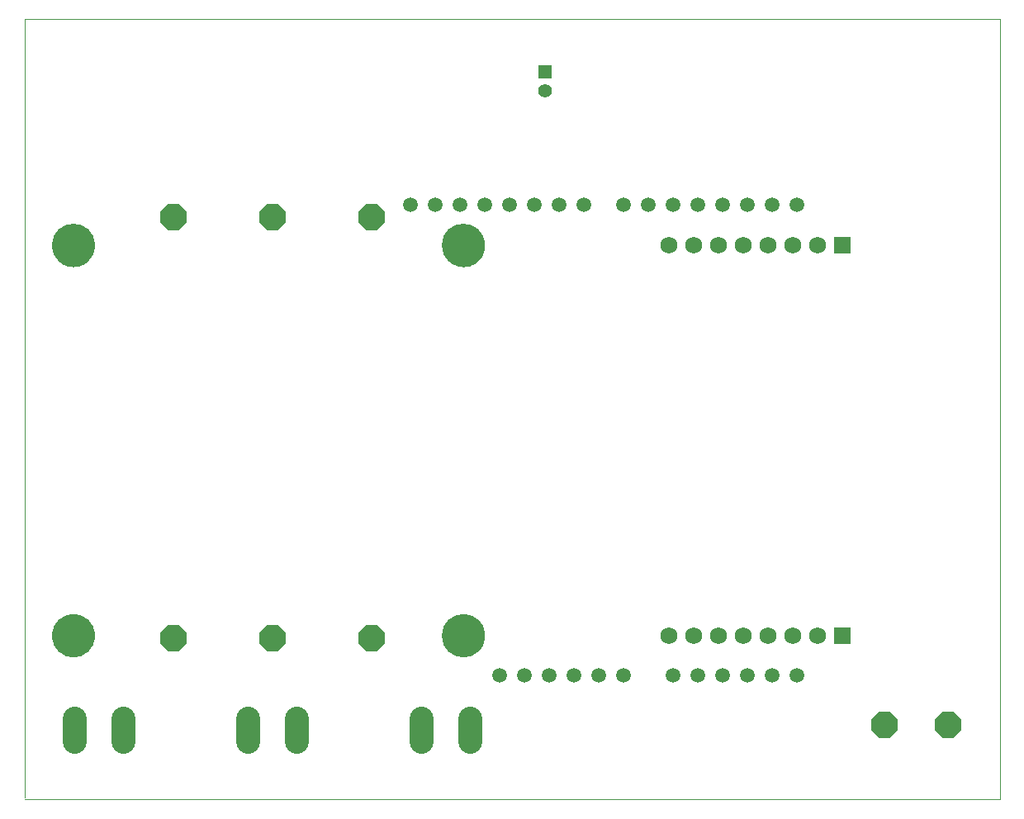
<source format=gbs>
G75*
G70*
%OFA0B0*%
%FSLAX24Y24*%
%IPPOS*%
%LPD*%
%AMOC8*
5,1,8,0,0,1.08239X$1,22.5*
%
%ADD10C,0.0000*%
%ADD11C,0.1733*%
%ADD12OC8,0.1040*%
%ADD13R,0.0683X0.0683*%
%ADD14C,0.0683*%
%ADD15C,0.0591*%
%ADD16C,0.0977*%
%ADD17R,0.0555X0.0555*%
%ADD18C,0.0555*%
D10*
X000800Y004800D02*
X040170Y004800D01*
X040170Y036296D01*
X000800Y036296D01*
X000800Y004863D01*
X001922Y011426D02*
X001924Y011484D01*
X001930Y011541D01*
X001940Y011598D01*
X001953Y011654D01*
X001971Y011709D01*
X001992Y011763D01*
X002017Y011815D01*
X002045Y011866D01*
X002077Y011914D01*
X002112Y011960D01*
X002150Y012003D01*
X002191Y012044D01*
X002234Y012082D01*
X002280Y012117D01*
X002328Y012149D01*
X002379Y012177D01*
X002431Y012202D01*
X002485Y012223D01*
X002540Y012241D01*
X002596Y012254D01*
X002653Y012264D01*
X002710Y012270D01*
X002768Y012272D01*
X002826Y012270D01*
X002883Y012264D01*
X002940Y012254D01*
X002996Y012241D01*
X003051Y012223D01*
X003105Y012202D01*
X003157Y012177D01*
X003208Y012149D01*
X003256Y012117D01*
X003302Y012082D01*
X003345Y012044D01*
X003386Y012003D01*
X003424Y011960D01*
X003459Y011914D01*
X003491Y011866D01*
X003519Y011815D01*
X003544Y011763D01*
X003565Y011709D01*
X003583Y011654D01*
X003596Y011598D01*
X003606Y011541D01*
X003612Y011484D01*
X003614Y011426D01*
X003612Y011368D01*
X003606Y011311D01*
X003596Y011254D01*
X003583Y011198D01*
X003565Y011143D01*
X003544Y011089D01*
X003519Y011037D01*
X003491Y010986D01*
X003459Y010938D01*
X003424Y010892D01*
X003386Y010849D01*
X003345Y010808D01*
X003302Y010770D01*
X003256Y010735D01*
X003208Y010703D01*
X003157Y010675D01*
X003105Y010650D01*
X003051Y010629D01*
X002996Y010611D01*
X002940Y010598D01*
X002883Y010588D01*
X002826Y010582D01*
X002768Y010580D01*
X002710Y010582D01*
X002653Y010588D01*
X002596Y010598D01*
X002540Y010611D01*
X002485Y010629D01*
X002431Y010650D01*
X002379Y010675D01*
X002328Y010703D01*
X002280Y010735D01*
X002234Y010770D01*
X002191Y010808D01*
X002150Y010849D01*
X002112Y010892D01*
X002077Y010938D01*
X002045Y010986D01*
X002017Y011037D01*
X001992Y011089D01*
X001971Y011143D01*
X001953Y011198D01*
X001940Y011254D01*
X001930Y011311D01*
X001924Y011368D01*
X001922Y011426D01*
X017670Y011426D02*
X017672Y011484D01*
X017678Y011541D01*
X017688Y011598D01*
X017701Y011654D01*
X017719Y011709D01*
X017740Y011763D01*
X017765Y011815D01*
X017793Y011866D01*
X017825Y011914D01*
X017860Y011960D01*
X017898Y012003D01*
X017939Y012044D01*
X017982Y012082D01*
X018028Y012117D01*
X018076Y012149D01*
X018127Y012177D01*
X018179Y012202D01*
X018233Y012223D01*
X018288Y012241D01*
X018344Y012254D01*
X018401Y012264D01*
X018458Y012270D01*
X018516Y012272D01*
X018574Y012270D01*
X018631Y012264D01*
X018688Y012254D01*
X018744Y012241D01*
X018799Y012223D01*
X018853Y012202D01*
X018905Y012177D01*
X018956Y012149D01*
X019004Y012117D01*
X019050Y012082D01*
X019093Y012044D01*
X019134Y012003D01*
X019172Y011960D01*
X019207Y011914D01*
X019239Y011866D01*
X019267Y011815D01*
X019292Y011763D01*
X019313Y011709D01*
X019331Y011654D01*
X019344Y011598D01*
X019354Y011541D01*
X019360Y011484D01*
X019362Y011426D01*
X019360Y011368D01*
X019354Y011311D01*
X019344Y011254D01*
X019331Y011198D01*
X019313Y011143D01*
X019292Y011089D01*
X019267Y011037D01*
X019239Y010986D01*
X019207Y010938D01*
X019172Y010892D01*
X019134Y010849D01*
X019093Y010808D01*
X019050Y010770D01*
X019004Y010735D01*
X018956Y010703D01*
X018905Y010675D01*
X018853Y010650D01*
X018799Y010629D01*
X018744Y010611D01*
X018688Y010598D01*
X018631Y010588D01*
X018574Y010582D01*
X018516Y010580D01*
X018458Y010582D01*
X018401Y010588D01*
X018344Y010598D01*
X018288Y010611D01*
X018233Y010629D01*
X018179Y010650D01*
X018127Y010675D01*
X018076Y010703D01*
X018028Y010735D01*
X017982Y010770D01*
X017939Y010808D01*
X017898Y010849D01*
X017860Y010892D01*
X017825Y010938D01*
X017793Y010986D01*
X017765Y011037D01*
X017740Y011089D01*
X017719Y011143D01*
X017701Y011198D01*
X017688Y011254D01*
X017678Y011311D01*
X017672Y011368D01*
X017670Y011426D01*
X017670Y027174D02*
X017672Y027232D01*
X017678Y027289D01*
X017688Y027346D01*
X017701Y027402D01*
X017719Y027457D01*
X017740Y027511D01*
X017765Y027563D01*
X017793Y027614D01*
X017825Y027662D01*
X017860Y027708D01*
X017898Y027751D01*
X017939Y027792D01*
X017982Y027830D01*
X018028Y027865D01*
X018076Y027897D01*
X018127Y027925D01*
X018179Y027950D01*
X018233Y027971D01*
X018288Y027989D01*
X018344Y028002D01*
X018401Y028012D01*
X018458Y028018D01*
X018516Y028020D01*
X018574Y028018D01*
X018631Y028012D01*
X018688Y028002D01*
X018744Y027989D01*
X018799Y027971D01*
X018853Y027950D01*
X018905Y027925D01*
X018956Y027897D01*
X019004Y027865D01*
X019050Y027830D01*
X019093Y027792D01*
X019134Y027751D01*
X019172Y027708D01*
X019207Y027662D01*
X019239Y027614D01*
X019267Y027563D01*
X019292Y027511D01*
X019313Y027457D01*
X019331Y027402D01*
X019344Y027346D01*
X019354Y027289D01*
X019360Y027232D01*
X019362Y027174D01*
X019360Y027116D01*
X019354Y027059D01*
X019344Y027002D01*
X019331Y026946D01*
X019313Y026891D01*
X019292Y026837D01*
X019267Y026785D01*
X019239Y026734D01*
X019207Y026686D01*
X019172Y026640D01*
X019134Y026597D01*
X019093Y026556D01*
X019050Y026518D01*
X019004Y026483D01*
X018956Y026451D01*
X018905Y026423D01*
X018853Y026398D01*
X018799Y026377D01*
X018744Y026359D01*
X018688Y026346D01*
X018631Y026336D01*
X018574Y026330D01*
X018516Y026328D01*
X018458Y026330D01*
X018401Y026336D01*
X018344Y026346D01*
X018288Y026359D01*
X018233Y026377D01*
X018179Y026398D01*
X018127Y026423D01*
X018076Y026451D01*
X018028Y026483D01*
X017982Y026518D01*
X017939Y026556D01*
X017898Y026597D01*
X017860Y026640D01*
X017825Y026686D01*
X017793Y026734D01*
X017765Y026785D01*
X017740Y026837D01*
X017719Y026891D01*
X017701Y026946D01*
X017688Y027002D01*
X017678Y027059D01*
X017672Y027116D01*
X017670Y027174D01*
X001922Y027174D02*
X001924Y027232D01*
X001930Y027289D01*
X001940Y027346D01*
X001953Y027402D01*
X001971Y027457D01*
X001992Y027511D01*
X002017Y027563D01*
X002045Y027614D01*
X002077Y027662D01*
X002112Y027708D01*
X002150Y027751D01*
X002191Y027792D01*
X002234Y027830D01*
X002280Y027865D01*
X002328Y027897D01*
X002379Y027925D01*
X002431Y027950D01*
X002485Y027971D01*
X002540Y027989D01*
X002596Y028002D01*
X002653Y028012D01*
X002710Y028018D01*
X002768Y028020D01*
X002826Y028018D01*
X002883Y028012D01*
X002940Y028002D01*
X002996Y027989D01*
X003051Y027971D01*
X003105Y027950D01*
X003157Y027925D01*
X003208Y027897D01*
X003256Y027865D01*
X003302Y027830D01*
X003345Y027792D01*
X003386Y027751D01*
X003424Y027708D01*
X003459Y027662D01*
X003491Y027614D01*
X003519Y027563D01*
X003544Y027511D01*
X003565Y027457D01*
X003583Y027402D01*
X003596Y027346D01*
X003606Y027289D01*
X003612Y027232D01*
X003614Y027174D01*
X003612Y027116D01*
X003606Y027059D01*
X003596Y027002D01*
X003583Y026946D01*
X003565Y026891D01*
X003544Y026837D01*
X003519Y026785D01*
X003491Y026734D01*
X003459Y026686D01*
X003424Y026640D01*
X003386Y026597D01*
X003345Y026556D01*
X003302Y026518D01*
X003256Y026483D01*
X003208Y026451D01*
X003157Y026423D01*
X003105Y026398D01*
X003051Y026377D01*
X002996Y026359D01*
X002940Y026346D01*
X002883Y026336D01*
X002826Y026330D01*
X002768Y026328D01*
X002710Y026330D01*
X002653Y026336D01*
X002596Y026346D01*
X002540Y026359D01*
X002485Y026377D01*
X002431Y026398D01*
X002379Y026423D01*
X002328Y026451D01*
X002280Y026483D01*
X002234Y026518D01*
X002191Y026556D01*
X002150Y026597D01*
X002112Y026640D01*
X002077Y026686D01*
X002045Y026734D01*
X002017Y026785D01*
X001992Y026837D01*
X001971Y026891D01*
X001953Y026946D01*
X001940Y027002D01*
X001930Y027059D01*
X001924Y027116D01*
X001922Y027174D01*
D11*
X002768Y027174D03*
X018516Y027174D03*
X018516Y011426D03*
X002768Y011426D03*
D12*
X006800Y011300D03*
X010800Y011300D03*
X014800Y011300D03*
X014800Y028300D03*
X010800Y028300D03*
X006800Y028300D03*
X035520Y007800D03*
X038080Y007800D03*
D13*
X033827Y011426D03*
X033827Y027174D03*
D14*
X032827Y027174D03*
X031827Y027174D03*
X030827Y027174D03*
X029827Y027174D03*
X028827Y027174D03*
X027827Y027174D03*
X026827Y027174D03*
X026827Y011426D03*
X027827Y011426D03*
X028827Y011426D03*
X029827Y011426D03*
X030827Y011426D03*
X031827Y011426D03*
X032827Y011426D03*
D15*
X031985Y009800D03*
X030985Y009800D03*
X029985Y009800D03*
X028985Y009800D03*
X027985Y009800D03*
X026985Y009800D03*
X024985Y009800D03*
X023985Y009800D03*
X022985Y009800D03*
X021985Y009800D03*
X020985Y009800D03*
X019985Y009800D03*
X020385Y028800D03*
X021385Y028800D03*
X022385Y028800D03*
X023385Y028800D03*
X024985Y028800D03*
X025985Y028800D03*
X026985Y028800D03*
X027985Y028800D03*
X028985Y028800D03*
X029985Y028800D03*
X030985Y028800D03*
X031985Y028800D03*
X019385Y028800D03*
X018385Y028800D03*
X017385Y028800D03*
X016385Y028800D03*
D16*
X016816Y008091D02*
X016816Y007154D01*
X018784Y007154D02*
X018784Y008091D01*
X011784Y008091D02*
X011784Y007154D01*
X009816Y007154D02*
X009816Y008091D01*
X004784Y008091D02*
X004784Y007154D01*
X002816Y007154D02*
X002816Y008091D01*
D17*
X021800Y034194D03*
D18*
X021800Y033406D03*
M02*

</source>
